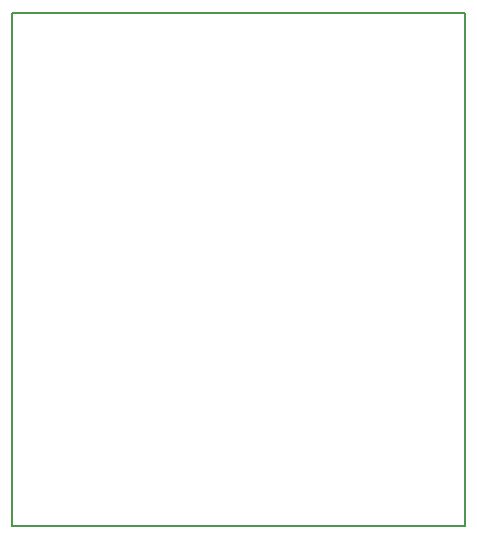
<source format=gbr>
G04 #@! TF.FileFunction,Profile,NP*
%FSLAX46Y46*%
G04 Gerber Fmt 4.6, Leading zero omitted, Abs format (unit mm)*
G04 Created by KiCad (PCBNEW 4.0.7) date Thursday, 17 May 2018 'PMt' 20:57:55*
%MOMM*%
%LPD*%
G01*
G04 APERTURE LIST*
%ADD10C,0.100000*%
%ADD11C,0.150000*%
G04 APERTURE END LIST*
D10*
D11*
X95504000Y-123444000D02*
X95504000Y-80010000D01*
X133858000Y-123444000D02*
X95504000Y-123444000D01*
X133858000Y-80010000D02*
X133858000Y-123444000D01*
X95504000Y-80010000D02*
X133858000Y-80010000D01*
M02*

</source>
